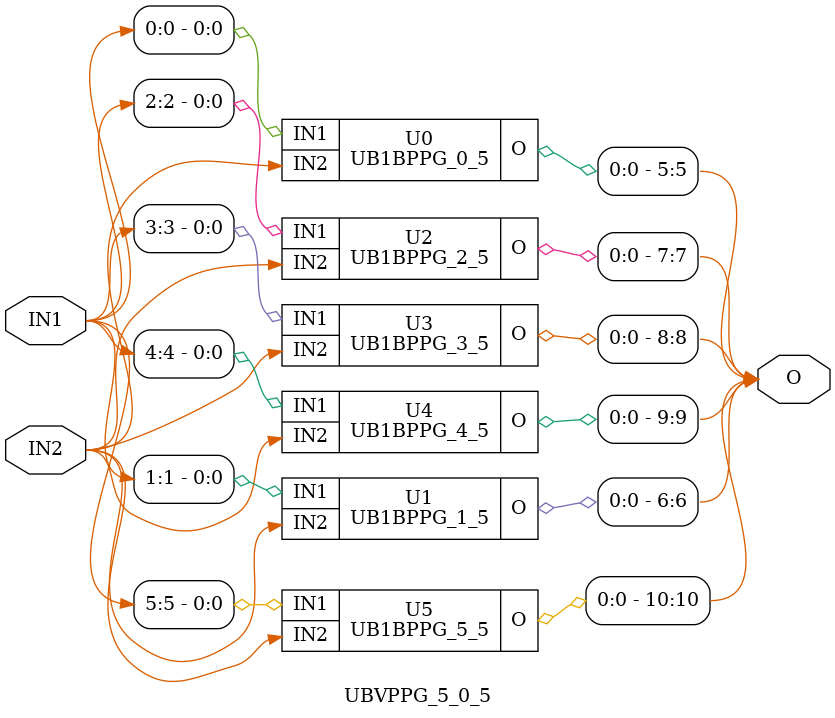
<source format=v>
/*----------------------------------------------------------------------------
  Copyright (c) 2021 Homma laboratory. All rights reserved.

  Top module: Multiplier_5_0_5_000

  Number system: Unsigned binary
  Multiplicand length: 6
  Multiplier length: 6
  Partial product generation: Simple PPG
  Partial product accumulation: Balanced delay tree
  Final stage addition: Conditional sum adder
----------------------------------------------------------------------------*/

module UB1BPPG_0_0(O, IN1, IN2);
  output O;
  input IN1;
  input IN2;
  assign O = IN1 & IN2;
endmodule

module UB1BPPG_1_0(O, IN1, IN2);
  output O;
  input IN1;
  input IN2;
  assign O = IN1 & IN2;
endmodule

module UB1BPPG_2_0(O, IN1, IN2);
  output O;
  input IN1;
  input IN2;
  assign O = IN1 & IN2;
endmodule

module UB1BPPG_3_0(O, IN1, IN2);
  output O;
  input IN1;
  input IN2;
  assign O = IN1 & IN2;
endmodule

module UB1BPPG_4_0(O, IN1, IN2);
  output O;
  input IN1;
  input IN2;
  assign O = IN1 & IN2;
endmodule

module UB1BPPG_5_0(O, IN1, IN2);
  output O;
  input IN1;
  input IN2;
  assign O = IN1 & IN2;
endmodule

module UB1BPPG_0_1(O, IN1, IN2);
  output O;
  input IN1;
  input IN2;
  assign O = IN1 & IN2;
endmodule

module UB1BPPG_1_1(O, IN1, IN2);
  output O;
  input IN1;
  input IN2;
  assign O = IN1 & IN2;
endmodule

module UB1BPPG_2_1(O, IN1, IN2);
  output O;
  input IN1;
  input IN2;
  assign O = IN1 & IN2;
endmodule

module UB1BPPG_3_1(O, IN1, IN2);
  output O;
  input IN1;
  input IN2;
  assign O = IN1 & IN2;
endmodule

module UB1BPPG_4_1(O, IN1, IN2);
  output O;
  input IN1;
  input IN2;
  assign O = IN1 & IN2;
endmodule

module UB1BPPG_5_1(O, IN1, IN2);
  output O;
  input IN1;
  input IN2;
  assign O = IN1 & IN2;
endmodule

module UB1BPPG_0_2(O, IN1, IN2);
  output O;
  input IN1;
  input IN2;
  assign O = IN1 & IN2;
endmodule

module UB1BPPG_1_2(O, IN1, IN2);
  output O;
  input IN1;
  input IN2;
  assign O = IN1 & IN2;
endmodule

module UB1BPPG_2_2(O, IN1, IN2);
  output O;
  input IN1;
  input IN2;
  assign O = IN1 & IN2;
endmodule

module UB1BPPG_3_2(O, IN1, IN2);
  output O;
  input IN1;
  input IN2;
  assign O = IN1 & IN2;
endmodule

module UB1BPPG_4_2(O, IN1, IN2);
  output O;
  input IN1;
  input IN2;
  assign O = IN1 & IN2;
endmodule

module UB1BPPG_5_2(O, IN1, IN2);
  output O;
  input IN1;
  input IN2;
  assign O = IN1 & IN2;
endmodule

module UB1BPPG_0_3(O, IN1, IN2);
  output O;
  input IN1;
  input IN2;
  assign O = IN1 & IN2;
endmodule

module UB1BPPG_1_3(O, IN1, IN2);
  output O;
  input IN1;
  input IN2;
  assign O = IN1 & IN2;
endmodule

module UB1BPPG_2_3(O, IN1, IN2);
  output O;
  input IN1;
  input IN2;
  assign O = IN1 & IN2;
endmodule

module UB1BPPG_3_3(O, IN1, IN2);
  output O;
  input IN1;
  input IN2;
  assign O = IN1 & IN2;
endmodule

module UB1BPPG_4_3(O, IN1, IN2);
  output O;
  input IN1;
  input IN2;
  assign O = IN1 & IN2;
endmodule

module UB1BPPG_5_3(O, IN1, IN2);
  output O;
  input IN1;
  input IN2;
  assign O = IN1 & IN2;
endmodule

module UB1BPPG_0_4(O, IN1, IN2);
  output O;
  input IN1;
  input IN2;
  assign O = IN1 & IN2;
endmodule

module UB1BPPG_1_4(O, IN1, IN2);
  output O;
  input IN1;
  input IN2;
  assign O = IN1 & IN2;
endmodule

module UB1BPPG_2_4(O, IN1, IN2);
  output O;
  input IN1;
  input IN2;
  assign O = IN1 & IN2;
endmodule

module UB1BPPG_3_4(O, IN1, IN2);
  output O;
  input IN1;
  input IN2;
  assign O = IN1 & IN2;
endmodule

module UB1BPPG_4_4(O, IN1, IN2);
  output O;
  input IN1;
  input IN2;
  assign O = IN1 & IN2;
endmodule

module UB1BPPG_5_4(O, IN1, IN2);
  output O;
  input IN1;
  input IN2;
  assign O = IN1 & IN2;
endmodule

module UB1BPPG_0_5(O, IN1, IN2);
  output O;
  input IN1;
  input IN2;
  assign O = IN1 & IN2;
endmodule

module UB1BPPG_1_5(O, IN1, IN2);
  output O;
  input IN1;
  input IN2;
  assign O = IN1 & IN2;
endmodule

module UB1BPPG_2_5(O, IN1, IN2);
  output O;
  input IN1;
  input IN2;
  assign O = IN1 & IN2;
endmodule

module UB1BPPG_3_5(O, IN1, IN2);
  output O;
  input IN1;
  input IN2;
  assign O = IN1 & IN2;
endmodule

module UB1BPPG_4_5(O, IN1, IN2);
  output O;
  input IN1;
  input IN2;
  assign O = IN1 & IN2;
endmodule

module UB1BPPG_5_5(O, IN1, IN2);
  output O;
  input IN1;
  input IN2;
  assign O = IN1 & IN2;
endmodule

module UB1DCON_0(O, I);
  output O;
  input I;
  assign O = I;
endmodule

module UBHA_1(C, S, X, Y);
  output C;
  output S;
  input X;
  input Y;
  assign C = X & Y;
  assign S = X ^ Y;
endmodule

module UBFA_2(C, S, X, Y, Z);
  output C;
  output S;
  input X;
  input Y;
  input Z;
  assign C = ( X & Y ) | ( Y & Z ) | ( Z & X );
  assign S = X ^ Y ^ Z;
endmodule

module UBFA_3(C, S, X, Y, Z);
  output C;
  output S;
  input X;
  input Y;
  input Z;
  assign C = ( X & Y ) | ( Y & Z ) | ( Z & X );
  assign S = X ^ Y ^ Z;
endmodule

module UBFA_4(C, S, X, Y, Z);
  output C;
  output S;
  input X;
  input Y;
  input Z;
  assign C = ( X & Y ) | ( Y & Z ) | ( Z & X );
  assign S = X ^ Y ^ Z;
endmodule

module UBFA_5(C, S, X, Y, Z);
  output C;
  output S;
  input X;
  input Y;
  input Z;
  assign C = ( X & Y ) | ( Y & Z ) | ( Z & X );
  assign S = X ^ Y ^ Z;
endmodule

module UBHA_6(C, S, X, Y);
  output C;
  output S;
  input X;
  input Y;
  assign C = X & Y;
  assign S = X ^ Y;
endmodule

module UB1DCON_7(O, I);
  output O;
  input I;
  assign O = I;
endmodule

module UB1DCON_3(O, I);
  output O;
  input I;
  assign O = I;
endmodule

module UBHA_4(C, S, X, Y);
  output C;
  output S;
  input X;
  input Y;
  assign C = X & Y;
  assign S = X ^ Y;
endmodule

module UBFA_6(C, S, X, Y, Z);
  output C;
  output S;
  input X;
  input Y;
  input Z;
  assign C = ( X & Y ) | ( Y & Z ) | ( Z & X );
  assign S = X ^ Y ^ Z;
endmodule

module UBFA_7(C, S, X, Y, Z);
  output C;
  output S;
  input X;
  input Y;
  input Z;
  assign C = ( X & Y ) | ( Y & Z ) | ( Z & X );
  assign S = X ^ Y ^ Z;
endmodule

module UBFA_8(C, S, X, Y, Z);
  output C;
  output S;
  input X;
  input Y;
  input Z;
  assign C = ( X & Y ) | ( Y & Z ) | ( Z & X );
  assign S = X ^ Y ^ Z;
endmodule

module UBHA_9(C, S, X, Y);
  output C;
  output S;
  input X;
  input Y;
  assign C = X & Y;
  assign S = X ^ Y;
endmodule

module UB1DCON_10(O, I);
  output O;
  input I;
  assign O = I;
endmodule

module UB1DCON_1(O, I);
  output O;
  input I;
  assign O = I;
endmodule

module UB1DCON_2(O, I);
  output O;
  input I;
  assign O = I;
endmodule

module UBHA_3(C, S, X, Y);
  output C;
  output S;
  input X;
  input Y;
  assign C = X & Y;
  assign S = X ^ Y;
endmodule

module UBHA_8(C, S, X, Y);
  output C;
  output S;
  input X;
  input Y;
  assign C = X & Y;
  assign S = X ^ Y;
endmodule

module UBHA_10(C, S, X, Y);
  output C;
  output S;
  input X;
  input Y;
  assign C = X & Y;
  assign S = X ^ Y;
endmodule

module UBHA_2(C, S, X, Y);
  output C;
  output S;
  input X;
  input Y;
  assign C = X & Y;
  assign S = X ^ Y;
endmodule

module UB1DCON_11(O, I);
  output O;
  input I;
  assign O = I;
endmodule

module UBHCSuB_3_3(C, S, X, Y, Ci);
  output C;
  output S;
  input Ci;
  input X;
  input Y;
  UBFA_3 U0 (C, S, X, Y, Ci);
endmodule

module UBZero_4_4(O);
  output [4:4] O;
  assign O[4] = 0;
endmodule

module UBOne_4(O);
  output O;
  assign O = 1;
endmodule

module UBCSuB_4_4(C_0, C_1, S_0, S_1, X, Y);
  output C_0;
  output C_1;
  output S_0;
  output S_1;
  input X;
  input Y;
  wire Ci_0;
  wire Ci_1;
  wire Co_0;
  wire Co_1;
  assign C_0 = ( Co_0 & ( ~ Ci_0 ) ) | ( Co_1 & Ci_0 );
  assign C_1 = ( Co_0 & ( ~ Ci_1 ) ) | ( Co_1 & Ci_1 );
  UBZero_4_4 U0 (Ci_0);
  UBOne_4 U1 (Ci_1);
  UBFA_4 U2 (Co_0, S_0, X, Y, Ci_0);
  UBFA_4 U3 (Co_1, S_1, X, Y, Ci_1);
endmodule

module UBHCSuB_4_3(C, S, X, Y, Ci);
  output C;
  output [4:3] S;
  input Ci;
  input [4:3] X;
  input [4:3] Y;
  wire C_0;
  wire C_1;
  wire Co;
  wire S_0;
  wire S_1;
  assign S[4] = ( S_0 & ( ~ Co ) ) | ( S_1 & Co );
  assign C = ( C_0 & ( ~ Co ) ) | ( C_1 & Co );
  UBHCSuB_3_3 U0 (Co, S[3], X[3], Y[3], Ci);
  UBCSuB_4_4 U1 (C_0, C_1, S_0, S_1, X[4], Y[4]);
endmodule

module UBZero_5_5(O);
  output [5:5] O;
  assign O[5] = 0;
endmodule

module UBOne_5(O);
  output O;
  assign O = 1;
endmodule

module UBCSuB_5_5(C_0, C_1, S_0, S_1, X, Y);
  output C_0;
  output C_1;
  output S_0;
  output S_1;
  input X;
  input Y;
  wire Ci_0;
  wire Ci_1;
  wire Co_0;
  wire Co_1;
  assign C_0 = ( Co_0 & ( ~ Ci_0 ) ) | ( Co_1 & Ci_0 );
  assign C_1 = ( Co_0 & ( ~ Ci_1 ) ) | ( Co_1 & Ci_1 );
  UBZero_5_5 U0 (Ci_0);
  UBOne_5 U1 (Ci_1);
  UBFA_5 U2 (Co_0, S_0, X, Y, Ci_0);
  UBFA_5 U3 (Co_1, S_1, X, Y, Ci_1);
endmodule

module UBHCSuB_5_3(C, S, X, Y, Ci);
  output C;
  output [5:3] S;
  input Ci;
  input [5:3] X;
  input [5:3] Y;
  wire C_0;
  wire C_1;
  wire Co;
  wire S_0;
  wire S_1;
  assign S[5] = ( S_0 & ( ~ Co ) ) | ( S_1 & Co );
  assign C = ( C_0 & ( ~ Co ) ) | ( C_1 & Co );
  UBHCSuB_4_3 U0 (Co, S[4:3], X[4:3], Y[4:3], Ci);
  UBCSuB_5_5 U1 (C_0, C_1, S_0, S_1, X[5], Y[5]);
endmodule

module UBZero_6_6(O);
  output [6:6] O;
  assign O[6] = 0;
endmodule

module UBOne_6(O);
  output O;
  assign O = 1;
endmodule

module UBCSuB_6_6(C_0, C_1, S_0, S_1, X, Y);
  output C_0;
  output C_1;
  output S_0;
  output S_1;
  input X;
  input Y;
  wire Ci_0;
  wire Ci_1;
  wire Co_0;
  wire Co_1;
  assign C_0 = ( Co_0 & ( ~ Ci_0 ) ) | ( Co_1 & Ci_0 );
  assign C_1 = ( Co_0 & ( ~ Ci_1 ) ) | ( Co_1 & Ci_1 );
  UBZero_6_6 U0 (Ci_0);
  UBOne_6 U1 (Ci_1);
  UBFA_6 U2 (Co_0, S_0, X, Y, Ci_0);
  UBFA_6 U3 (Co_1, S_1, X, Y, Ci_1);
endmodule

module UBZero_7_7(O);
  output [7:7] O;
  assign O[7] = 0;
endmodule

module UBOne_7(O);
  output O;
  assign O = 1;
endmodule

module UBCSuB_7_7(C_0, C_1, S_0, S_1, X, Y);
  output C_0;
  output C_1;
  output S_0;
  output S_1;
  input X;
  input Y;
  wire Ci_0;
  wire Ci_1;
  wire Co_0;
  wire Co_1;
  assign C_0 = ( Co_0 & ( ~ Ci_0 ) ) | ( Co_1 & Ci_0 );
  assign C_1 = ( Co_0 & ( ~ Ci_1 ) ) | ( Co_1 & Ci_1 );
  UBZero_7_7 U0 (Ci_0);
  UBOne_7 U1 (Ci_1);
  UBFA_7 U2 (Co_0, S_0, X, Y, Ci_0);
  UBFA_7 U3 (Co_1, S_1, X, Y, Ci_1);
endmodule

module UBCSuB_7_6(C_0, C_1, S_0, S_1, X, Y);
  output C_0;
  output C_1;
  output [7:6] S_0;
  output [7:6] S_1;
  input [7:6] X;
  input [7:6] Y;
  wire Ci_0;
  wire Ci_1;
  wire Co_0;
  wire Co_1;
  wire So_0;
  wire So_1;
  assign S_0[7] = ( So_0 & ( ~ Ci_0 ) ) | ( So_1 & Ci_0 );
  assign C_0 = ( Co_0 & ( ~ Ci_0 ) ) | ( Co_1 & Ci_0 );
  assign S_1[7] = ( So_0 & ( ~ Ci_1 ) ) | ( So_1 & Ci_1 );
  assign C_1 = ( Co_0 & ( ~ Ci_1 ) ) | ( Co_1 & Ci_1 );
  UBCSuB_6_6 U0 (Ci_0, Ci_1, S_0[6], S_1[6], X[6], Y[6]);
  UBCSuB_7_7 U1 (Co_0, Co_1, So_0, So_1, X[7], Y[7]);
endmodule

module UBHCSuB_7_3(C, S, X, Y, Ci);
  output C;
  output [7:3] S;
  input Ci;
  input [7:3] X;
  input [7:3] Y;
  wire C_0;
  wire C_1;
  wire Co;
  wire [7:6] S_0;
  wire [7:6] S_1;
  assign S[6] = ( S_0[6] & ( ~ Co ) ) | ( S_1[6] & Co );
  assign S[7] = ( S_0[7] & ( ~ Co ) ) | ( S_1[7] & Co );
  assign C = ( C_0 & ( ~ Co ) ) | ( C_1 & Co );
  UBHCSuB_5_3 U0 (Co, S[5:3], X[5:3], Y[5:3], Ci);
  UBCSuB_7_6 U1 (C_0, C_1, S_0, S_1, X[7:6], Y[7:6]);
endmodule

module UBZero_8_8(O);
  output [8:8] O;
  assign O[8] = 0;
endmodule

module UBOne_8(O);
  output O;
  assign O = 1;
endmodule

module UBCSuB_8_8(C_0, C_1, S_0, S_1, X, Y);
  output C_0;
  output C_1;
  output S_0;
  output S_1;
  input X;
  input Y;
  wire Ci_0;
  wire Ci_1;
  wire Co_0;
  wire Co_1;
  assign C_0 = ( Co_0 & ( ~ Ci_0 ) ) | ( Co_1 & Ci_0 );
  assign C_1 = ( Co_0 & ( ~ Ci_1 ) ) | ( Co_1 & Ci_1 );
  UBZero_8_8 U0 (Ci_0);
  UBOne_8 U1 (Ci_1);
  UBFA_8 U2 (Co_0, S_0, X, Y, Ci_0);
  UBFA_8 U3 (Co_1, S_1, X, Y, Ci_1);
endmodule

module UBZero_9_9(O);
  output [9:9] O;
  assign O[9] = 0;
endmodule

module UBOne_9(O);
  output O;
  assign O = 1;
endmodule

module UBFA_9(C, S, X, Y, Z);
  output C;
  output S;
  input X;
  input Y;
  input Z;
  assign C = ( X & Y ) | ( Y & Z ) | ( Z & X );
  assign S = X ^ Y ^ Z;
endmodule

module UBCSuB_9_9(C_0, C_1, S_0, S_1, X, Y);
  output C_0;
  output C_1;
  output S_0;
  output S_1;
  input X;
  input Y;
  wire Ci_0;
  wire Ci_1;
  wire Co_0;
  wire Co_1;
  assign C_0 = ( Co_0 & ( ~ Ci_0 ) ) | ( Co_1 & Ci_0 );
  assign C_1 = ( Co_0 & ( ~ Ci_1 ) ) | ( Co_1 & Ci_1 );
  UBZero_9_9 U0 (Ci_0);
  UBOne_9 U1 (Ci_1);
  UBFA_9 U2 (Co_0, S_0, X, Y, Ci_0);
  UBFA_9 U3 (Co_1, S_1, X, Y, Ci_1);
endmodule

module UBCSuB_9_8(C_0, C_1, S_0, S_1, X, Y);
  output C_0;
  output C_1;
  output [9:8] S_0;
  output [9:8] S_1;
  input [9:8] X;
  input [9:8] Y;
  wire Ci_0;
  wire Ci_1;
  wire Co_0;
  wire Co_1;
  wire So_0;
  wire So_1;
  assign S_0[9] = ( So_0 & ( ~ Ci_0 ) ) | ( So_1 & Ci_0 );
  assign C_0 = ( Co_0 & ( ~ Ci_0 ) ) | ( Co_1 & Ci_0 );
  assign S_1[9] = ( So_0 & ( ~ Ci_1 ) ) | ( So_1 & Ci_1 );
  assign C_1 = ( Co_0 & ( ~ Ci_1 ) ) | ( Co_1 & Ci_1 );
  UBCSuB_8_8 U0 (Ci_0, Ci_1, S_0[8], S_1[8], X[8], Y[8]);
  UBCSuB_9_9 U1 (Co_0, Co_1, So_0, So_1, X[9], Y[9]);
endmodule

module UBZero_10_10(O);
  output [10:10] O;
  assign O[10] = 0;
endmodule

module UBOne_10(O);
  output O;
  assign O = 1;
endmodule

module UBFA_10(C, S, X, Y, Z);
  output C;
  output S;
  input X;
  input Y;
  input Z;
  assign C = ( X & Y ) | ( Y & Z ) | ( Z & X );
  assign S = X ^ Y ^ Z;
endmodule

module UBCSuB_10_10(C_0, C_1, S_0, S_1, X, Y);
  output C_0;
  output C_1;
  output S_0;
  output S_1;
  input X;
  input Y;
  wire Ci_0;
  wire Ci_1;
  wire Co_0;
  wire Co_1;
  assign C_0 = ( Co_0 & ( ~ Ci_0 ) ) | ( Co_1 & Ci_0 );
  assign C_1 = ( Co_0 & ( ~ Ci_1 ) ) | ( Co_1 & Ci_1 );
  UBZero_10_10 U0 (Ci_0);
  UBOne_10 U1 (Ci_1);
  UBFA_10 U2 (Co_0, S_0, X, Y, Ci_0);
  UBFA_10 U3 (Co_1, S_1, X, Y, Ci_1);
endmodule

module UBZero_11_11(O);
  output [11:11] O;
  assign O[11] = 0;
endmodule

module UBOne_11(O);
  output O;
  assign O = 1;
endmodule

module UBFA_11(C, S, X, Y, Z);
  output C;
  output S;
  input X;
  input Y;
  input Z;
  assign C = ( X & Y ) | ( Y & Z ) | ( Z & X );
  assign S = X ^ Y ^ Z;
endmodule

module UBCSuB_11_11(C_0, C_1, S_0, S_1, X, Y);
  output C_0;
  output C_1;
  output S_0;
  output S_1;
  input X;
  input Y;
  wire Ci_0;
  wire Ci_1;
  wire Co_0;
  wire Co_1;
  assign C_0 = ( Co_0 & ( ~ Ci_0 ) ) | ( Co_1 & Ci_0 );
  assign C_1 = ( Co_0 & ( ~ Ci_1 ) ) | ( Co_1 & Ci_1 );
  UBZero_11_11 U0 (Ci_0);
  UBOne_11 U1 (Ci_1);
  UBFA_11 U2 (Co_0, S_0, X, Y, Ci_0);
  UBFA_11 U3 (Co_1, S_1, X, Y, Ci_1);
endmodule

module UBCSuB_11_10(C_0, C_1, S_0, S_1, X, Y);
  output C_0;
  output C_1;
  output [11:10] S_0;
  output [11:10] S_1;
  input [11:10] X;
  input [11:10] Y;
  wire Ci_0;
  wire Ci_1;
  wire Co_0;
  wire Co_1;
  wire So_0;
  wire So_1;
  assign S_0[11] = ( So_0 & ( ~ Ci_0 ) ) | ( So_1 & Ci_0 );
  assign C_0 = ( Co_0 & ( ~ Ci_0 ) ) | ( Co_1 & Ci_0 );
  assign S_1[11] = ( So_0 & ( ~ Ci_1 ) ) | ( So_1 & Ci_1 );
  assign C_1 = ( Co_0 & ( ~ Ci_1 ) ) | ( Co_1 & Ci_1 );
  UBCSuB_10_10 U0 (Ci_0, Ci_1, S_0[10], S_1[10], X[10], Y[10]);
  UBCSuB_11_11 U1 (Co_0, Co_1, So_0, So_1, X[11], Y[11]);
endmodule

module UBCSuB_11_8(C_0, C_1, S_0, S_1, X, Y);
  output C_0;
  output C_1;
  output [11:8] S_0;
  output [11:8] S_1;
  input [11:8] X;
  input [11:8] Y;
  wire Ci_0;
  wire Ci_1;
  wire Co_0;
  wire Co_1;
  wire [11:10] So_0;
  wire [11:10] So_1;
  assign S_0[10] = ( So_0[10] & ( ~ Ci_0 ) ) | ( So_1[10] & Ci_0 );
  assign S_0[11] = ( So_0[11] & ( ~ Ci_0 ) ) | ( So_1[11] & Ci_0 );
  assign C_0 = ( Co_0 & ( ~ Ci_0 ) ) | ( Co_1 & Ci_0 );
  assign S_1[10] = ( So_0[10] & ( ~ Ci_1 ) ) | ( So_1[10] & Ci_1 );
  assign S_1[11] = ( So_0[11] & ( ~ Ci_1 ) ) | ( So_1[11] & Ci_1 );
  assign C_1 = ( Co_0 & ( ~ Ci_1 ) ) | ( Co_1 & Ci_1 );
  UBCSuB_9_8 U0 (Ci_0, Ci_1, S_0[9:8], S_1[9:8], X[9:8], Y[9:8]);
  UBCSuB_11_10 U1 (Co_0, Co_1, So_0, So_1, X[11:10], Y[11:10]);
endmodule

module UBPriCSuA_11_3(S, X, Y, Cin);
  output [12:3] S;
  input Cin;
  input [11:3] X;
  input [11:3] Y;
  wire C_0;
  wire C_1;
  wire Co;
  wire [11:8] S_0;
  wire [11:8] S_1;
  assign S[8] = ( S_0[8] & ( ~ Co ) ) | ( S_1[8] & Co );
  assign S[9] = ( S_0[9] & ( ~ Co ) ) | ( S_1[9] & Co );
  assign S[10] = ( S_0[10] & ( ~ Co ) ) | ( S_1[10] & Co );
  assign S[11] = ( S_0[11] & ( ~ Co ) ) | ( S_1[11] & Co );
  assign S[12] = ( C_0 & ( ~ Co ) ) | ( C_1 & Co );
  UBHCSuB_7_3 U0 (Co, S[7:3], X[7:3], Y[7:3], Cin);
  UBCSuB_11_8 U1 (C_0, C_1, S_0, S_1, X[11:8], Y[11:8]);
endmodule

module UBZero_3_3(O);
  output [3:3] O;
  assign O[3] = 0;
endmodule

module Multiplier_5_0_5_000(P, IN1, IN2);
  output [11:0] P;
  input [5:0] IN1;
  input [5:0] IN2;
  wire [12:0] W;
  assign P[0] = W[0];
  assign P[1] = W[1];
  assign P[2] = W[2];
  assign P[3] = W[3];
  assign P[4] = W[4];
  assign P[5] = W[5];
  assign P[6] = W[6];
  assign P[7] = W[7];
  assign P[8] = W[8];
  assign P[9] = W[9];
  assign P[10] = W[10];
  assign P[11] = W[11];
  MultUB_STD_BLD_CS000 U0 (W, IN1, IN2);
endmodule

module BLDCON_7_2_7_0_10000 (S1, S2, IN0, IN1, IN2, IN3);
  output [11:3] S1;
  output [11:0] S2;
  input [7:2] IN0;
  input [7:0] IN1;
  input [10:5] IN2;
  input [10:3] IN3;
  wire [11:4] W1;
  wire [10:0] W2;
  CSA_7_0_10_5_10_3 U0 (W1, W2, IN1, IN2, IN3);
  CSA_11_4_10_0_7_2 U1 (S1, S2, W1, W2, IN0);
endmodule

module BLDTR_5_0_6_1_7_2000 (S1, S2, PP0, PP1, PP2, PP3, PP4, PP5);
  output [11:3] S1;
  output [11:0] S2;
  input [5:0] PP0;
  input [6:1] PP1;
  input [7:2] PP2;
  input [8:3] PP3;
  input [9:4] PP4;
  input [10:5] PP5;
  wire [7:2] W0;
  wire [7:0] W1;
  wire [10:5] W2;
  wire [10:3] W3;
  UBARYACC_5_0_6_1_000 U0 (W0, W1, PP0, PP1, PP2);
  UBARYACC_8_3_9_4_000 U1 (W2, W3, PP3, PP4, PP5);
  BLDCON_7_2_7_0_10000 U2 (S1, S2, W0, W1, W2, W3);
endmodule

module CSA_11_4_10_0_7_2 (C, S, X, Y, Z);
  output [11:3] C;
  output [11:0] S;
  input [11:4] X;
  input [10:0] Y;
  input [7:2] Z;
  UBCON_1_0 U0 (S[1:0], Y[1:0]);
  PureCSHA_3_2 U1 (C[4:3], S[3:2], Z[3:2], Y[3:2]);
  PureCSA_7_4 U2 (C[8:5], S[7:4], X[7:4], Z[7:4], Y[7:4]);
  PureCSHA_10_8 U3 (C[11:9], S[10:8], X[10:8], Y[10:8]);
  UB1DCON_11 U4 (S[11], X[11]);
endmodule

module CSA_5_0_6_1_7_2 (C, S, X, Y, Z);
  output [7:2] C;
  output [7:0] S;
  input [5:0] X;
  input [6:1] Y;
  input [7:2] Z;
  UB1DCON_0 U0 (S[0], X[0]);
  UBHA_1 U1 (C[2], S[1], Y[1], X[1]);
  PureCSA_5_2 U2 (C[6:3], S[5:2], Z[5:2], Y[5:2], X[5:2]);
  UBHA_6 U3 (C[7], S[6], Z[6], Y[6]);
  UB1DCON_7 U4 (S[7], Z[7]);
endmodule

module CSA_7_0_10_5_10_3 (C, S, X, Y, Z);
  output [11:4] C;
  output [10:0] S;
  input [7:0] X;
  input [10:5] Y;
  input [10:3] Z;
  UBCON_2_0 U0 (S[2:0], X[2:0]);
  PureCSHA_4_3 U1 (C[5:4], S[4:3], Z[4:3], X[4:3]);
  PureCSA_7_5 U2 (C[8:6], S[7:5], Y[7:5], Z[7:5], X[7:5]);
  PureCSHA_10_8 U3 (C[11:9], S[10:8], Z[10:8], Y[10:8]);
endmodule

module CSA_8_3_9_4_10_5 (C, S, X, Y, Z);
  output [10:5] C;
  output [10:3] S;
  input [8:3] X;
  input [9:4] Y;
  input [10:5] Z;
  UB1DCON_3 U0 (S[3], X[3]);
  UBHA_4 U1 (C[5], S[4], Y[4], X[4]);
  PureCSA_8_5 U2 (C[9:6], S[8:5], Z[8:5], Y[8:5], X[8:5]);
  UBHA_9 U3 (C[10], S[9], Z[9], Y[9]);
  UB1DCON_10 U4 (S[10], Z[10]);
endmodule

module MultUB_STD_BLD_CS000 (P, IN1, IN2);
  output [12:0] P;
  input [5:0] IN1;
  input [5:0] IN2;
  wire [5:0] PP0;
  wire [6:1] PP1;
  wire [7:2] PP2;
  wire [8:3] PP3;
  wire [9:4] PP4;
  wire [10:5] PP5;
  wire [11:3] S1;
  wire [11:0] S2;
  UBPPG_5_0_5_0 U0 (PP0, PP1, PP2, PP3, PP4, PP5, IN1, IN2);
  BLDTR_5_0_6_1_7_2000 U1 (S1, S2, PP0, PP1, PP2, PP3, PP4, PP5);
  UBCSu_11_3_11_0 U2 (P, S1, S2);
endmodule

module PureCSA_5_2 (C, S, X, Y, Z);
  output [6:3] C;
  output [5:2] S;
  input [5:2] X;
  input [5:2] Y;
  input [5:2] Z;
  UBFA_2 U0 (C[3], S[2], X[2], Y[2], Z[2]);
  UBFA_3 U1 (C[4], S[3], X[3], Y[3], Z[3]);
  UBFA_4 U2 (C[5], S[4], X[4], Y[4], Z[4]);
  UBFA_5 U3 (C[6], S[5], X[5], Y[5], Z[5]);
endmodule

module PureCSA_7_4 (C, S, X, Y, Z);
  output [8:5] C;
  output [7:4] S;
  input [7:4] X;
  input [7:4] Y;
  input [7:4] Z;
  UBFA_4 U0 (C[5], S[4], X[4], Y[4], Z[4]);
  UBFA_5 U1 (C[6], S[5], X[5], Y[5], Z[5]);
  UBFA_6 U2 (C[7], S[6], X[6], Y[6], Z[6]);
  UBFA_7 U3 (C[8], S[7], X[7], Y[7], Z[7]);
endmodule

module PureCSA_7_5 (C, S, X, Y, Z);
  output [8:6] C;
  output [7:5] S;
  input [7:5] X;
  input [7:5] Y;
  input [7:5] Z;
  UBFA_5 U0 (C[6], S[5], X[5], Y[5], Z[5]);
  UBFA_6 U1 (C[7], S[6], X[6], Y[6], Z[6]);
  UBFA_7 U2 (C[8], S[7], X[7], Y[7], Z[7]);
endmodule

module PureCSA_8_5 (C, S, X, Y, Z);
  output [9:6] C;
  output [8:5] S;
  input [8:5] X;
  input [8:5] Y;
  input [8:5] Z;
  UBFA_5 U0 (C[6], S[5], X[5], Y[5], Z[5]);
  UBFA_6 U1 (C[7], S[6], X[6], Y[6], Z[6]);
  UBFA_7 U2 (C[8], S[7], X[7], Y[7], Z[7]);
  UBFA_8 U3 (C[9], S[8], X[8], Y[8], Z[8]);
endmodule

module PureCSHA_10_8 (C, S, X, Y);
  output [11:9] C;
  output [10:8] S;
  input [10:8] X;
  input [10:8] Y;
  UBHA_8 U0 (C[9], S[8], X[8], Y[8]);
  UBHA_9 U1 (C[10], S[9], X[9], Y[9]);
  UBHA_10 U2 (C[11], S[10], X[10], Y[10]);
endmodule

module PureCSHA_3_2 (C, S, X, Y);
  output [4:3] C;
  output [3:2] S;
  input [3:2] X;
  input [3:2] Y;
  UBHA_2 U0 (C[3], S[2], X[2], Y[2]);
  UBHA_3 U1 (C[4], S[3], X[3], Y[3]);
endmodule

module PureCSHA_4_3 (C, S, X, Y);
  output [5:4] C;
  output [4:3] S;
  input [4:3] X;
  input [4:3] Y;
  UBHA_3 U0 (C[4], S[3], X[3], Y[3]);
  UBHA_4 U1 (C[5], S[4], X[4], Y[4]);
endmodule

module UBARYACC_5_0_6_1_000 (S1, S2, PP0, PP1, PP2);
  output [7:2] S1;
  output [7:0] S2;
  input [5:0] PP0;
  input [6:1] PP1;
  input [7:2] PP2;
  CSA_5_0_6_1_7_2 U0 (S1, S2, PP0, PP1, PP2);
endmodule

module UBARYACC_8_3_9_4_000 (S1, S2, PP0, PP1, PP2);
  output [10:5] S1;
  output [10:3] S2;
  input [8:3] PP0;
  input [9:4] PP1;
  input [10:5] PP2;
  CSA_8_3_9_4_10_5 U0 (S1, S2, PP0, PP1, PP2);
endmodule

module UBCON_1_0 (O, I);
  output [1:0] O;
  input [1:0] I;
  UB1DCON_0 U0 (O[0], I[0]);
  UB1DCON_1 U1 (O[1], I[1]);
endmodule

module UBCON_2_0 (O, I);
  output [2:0] O;
  input [2:0] I;
  UB1DCON_0 U0 (O[0], I[0]);
  UB1DCON_1 U1 (O[1], I[1]);
  UB1DCON_2 U2 (O[2], I[2]);
endmodule

module UBCSu_11_3_11_0 (S, X, Y);
  output [12:0] S;
  input [11:3] X;
  input [11:0] Y;
  UBPureCSu_11_3 U0 (S[12:3], X[11:3], Y[11:3]);
  UBCON_2_0 U1 (S[2:0], Y[2:0]);
endmodule

module UBPPG_5_0_5_0 (PP0, PP1, PP2, PP3, PP4, PP5, IN1, IN2);
  output [5:0] PP0;
  output [6:1] PP1;
  output [7:2] PP2;
  output [8:3] PP3;
  output [9:4] PP4;
  output [10:5] PP5;
  input [5:0] IN1;
  input [5:0] IN2;
  UBVPPG_5_0_0 U0 (PP0, IN1, IN2[0]);
  UBVPPG_5_0_1 U1 (PP1, IN1, IN2[1]);
  UBVPPG_5_0_2 U2 (PP2, IN1, IN2[2]);
  UBVPPG_5_0_3 U3 (PP3, IN1, IN2[3]);
  UBVPPG_5_0_4 U4 (PP4, IN1, IN2[4]);
  UBVPPG_5_0_5 U5 (PP5, IN1, IN2[5]);
endmodule

module UBPureCSu_11_3 (S, X, Y);
  output [12:3] S;
  input [11:3] X;
  input [11:3] Y;
  wire C;
  UBPriCSuA_11_3 U0 (S, X, Y, C);
  UBZero_3_3 U1 (C);
endmodule

module UBVPPG_5_0_0 (O, IN1, IN2);
  output [5:0] O;
  input [5:0] IN1;
  input IN2;
  UB1BPPG_0_0 U0 (O[0], IN1[0], IN2);
  UB1BPPG_1_0 U1 (O[1], IN1[1], IN2);
  UB1BPPG_2_0 U2 (O[2], IN1[2], IN2);
  UB1BPPG_3_0 U3 (O[3], IN1[3], IN2);
  UB1BPPG_4_0 U4 (O[4], IN1[4], IN2);
  UB1BPPG_5_0 U5 (O[5], IN1[5], IN2);
endmodule

module UBVPPG_5_0_1 (O, IN1, IN2);
  output [6:1] O;
  input [5:0] IN1;
  input IN2;
  UB1BPPG_0_1 U0 (O[1], IN1[0], IN2);
  UB1BPPG_1_1 U1 (O[2], IN1[1], IN2);
  UB1BPPG_2_1 U2 (O[3], IN1[2], IN2);
  UB1BPPG_3_1 U3 (O[4], IN1[3], IN2);
  UB1BPPG_4_1 U4 (O[5], IN1[4], IN2);
  UB1BPPG_5_1 U5 (O[6], IN1[5], IN2);
endmodule

module UBVPPG_5_0_2 (O, IN1, IN2);
  output [7:2] O;
  input [5:0] IN1;
  input IN2;
  UB1BPPG_0_2 U0 (O[2], IN1[0], IN2);
  UB1BPPG_1_2 U1 (O[3], IN1[1], IN2);
  UB1BPPG_2_2 U2 (O[4], IN1[2], IN2);
  UB1BPPG_3_2 U3 (O[5], IN1[3], IN2);
  UB1BPPG_4_2 U4 (O[6], IN1[4], IN2);
  UB1BPPG_5_2 U5 (O[7], IN1[5], IN2);
endmodule

module UBVPPG_5_0_3 (O, IN1, IN2);
  output [8:3] O;
  input [5:0] IN1;
  input IN2;
  UB1BPPG_0_3 U0 (O[3], IN1[0], IN2);
  UB1BPPG_1_3 U1 (O[4], IN1[1], IN2);
  UB1BPPG_2_3 U2 (O[5], IN1[2], IN2);
  UB1BPPG_3_3 U3 (O[6], IN1[3], IN2);
  UB1BPPG_4_3 U4 (O[7], IN1[4], IN2);
  UB1BPPG_5_3 U5 (O[8], IN1[5], IN2);
endmodule

module UBVPPG_5_0_4 (O, IN1, IN2);
  output [9:4] O;
  input [5:0] IN1;
  input IN2;
  UB1BPPG_0_4 U0 (O[4], IN1[0], IN2);
  UB1BPPG_1_4 U1 (O[5], IN1[1], IN2);
  UB1BPPG_2_4 U2 (O[6], IN1[2], IN2);
  UB1BPPG_3_4 U3 (O[7], IN1[3], IN2);
  UB1BPPG_4_4 U4 (O[8], IN1[4], IN2);
  UB1BPPG_5_4 U5 (O[9], IN1[5], IN2);
endmodule

module UBVPPG_5_0_5 (O, IN1, IN2);
  output [10:5] O;
  input [5:0] IN1;
  input IN2;
  UB1BPPG_0_5 U0 (O[5], IN1[0], IN2);
  UB1BPPG_1_5 U1 (O[6], IN1[1], IN2);
  UB1BPPG_2_5 U2 (O[7], IN1[2], IN2);
  UB1BPPG_3_5 U3 (O[8], IN1[3], IN2);
  UB1BPPG_4_5 U4 (O[9], IN1[4], IN2);
  UB1BPPG_5_5 U5 (O[10], IN1[5], IN2);
endmodule


</source>
